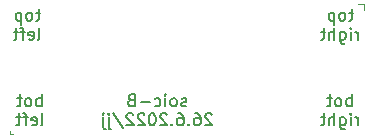
<source format=gbr>
G04 #@! TF.GenerationSoftware,KiCad,Pcbnew,6.0.4-6f826c9f35~116~ubuntu18.04.1*
G04 #@! TF.CreationDate,2022-09-06T13:01:24+03:00*
G04 #@! TF.ProjectId,soic,736f6963-2e6b-4696-9361-645f70636258,rev?*
G04 #@! TF.SameCoordinates,Original*
G04 #@! TF.FileFunction,Legend,Bot*
G04 #@! TF.FilePolarity,Positive*
%FSLAX46Y46*%
G04 Gerber Fmt 4.6, Leading zero omitted, Abs format (unit mm)*
G04 Created by KiCad (PCBNEW 6.0.4-6f826c9f35~116~ubuntu18.04.1) date 2022-09-06 13:01:24*
%MOMM*%
%LPD*%
G01*
G04 APERTURE LIST*
%ADD10C,0.150000*%
%ADD11C,0.120000*%
G04 APERTURE END LIST*
D10*
X13952380Y2357419D02*
X13952380Y3357419D01*
X13952380Y2976466D02*
X13857142Y3024085D01*
X13666666Y3024085D01*
X13571428Y2976466D01*
X13523809Y2928847D01*
X13476190Y2833609D01*
X13476190Y2547895D01*
X13523809Y2452657D01*
X13571428Y2405038D01*
X13666666Y2357419D01*
X13857142Y2357419D01*
X13952380Y2405038D01*
X12904761Y2357419D02*
X13000000Y2405038D01*
X13047619Y2452657D01*
X13095238Y2547895D01*
X13095238Y2833609D01*
X13047619Y2928847D01*
X13000000Y2976466D01*
X12904761Y3024085D01*
X12761904Y3024085D01*
X12666666Y2976466D01*
X12619047Y2928847D01*
X12571428Y2833609D01*
X12571428Y2547895D01*
X12619047Y2452657D01*
X12666666Y2405038D01*
X12761904Y2357419D01*
X12904761Y2357419D01*
X12285714Y3024085D02*
X11904761Y3024085D01*
X12142857Y3357419D02*
X12142857Y2500276D01*
X12095238Y2405038D01*
X12000000Y2357419D01*
X11904761Y2357419D01*
X14500000Y747419D02*
X14500000Y1414085D01*
X14500000Y1223609D02*
X14452380Y1318847D01*
X14404761Y1366466D01*
X14309523Y1414085D01*
X14214285Y1414085D01*
X13880952Y747419D02*
X13880952Y1414085D01*
X13880952Y1747419D02*
X13928571Y1699800D01*
X13880952Y1652180D01*
X13833333Y1699800D01*
X13880952Y1747419D01*
X13880952Y1652180D01*
X12976190Y1414085D02*
X12976190Y604561D01*
X13023809Y509323D01*
X13071428Y461704D01*
X13166666Y414085D01*
X13309523Y414085D01*
X13404761Y461704D01*
X12976190Y795038D02*
X13071428Y747419D01*
X13261904Y747419D01*
X13357142Y795038D01*
X13404761Y842657D01*
X13452380Y937895D01*
X13452380Y1223609D01*
X13404761Y1318847D01*
X13357142Y1366466D01*
X13261904Y1414085D01*
X13071428Y1414085D01*
X12976190Y1366466D01*
X12500000Y747419D02*
X12500000Y1747419D01*
X12071428Y747419D02*
X12071428Y1271228D01*
X12119047Y1366466D01*
X12214285Y1414085D01*
X12357142Y1414085D01*
X12452380Y1366466D01*
X12500000Y1318847D01*
X11738095Y1414085D02*
X11357142Y1414085D01*
X11595238Y1747419D02*
X11595238Y890276D01*
X11547619Y795038D01*
X11452380Y747419D01*
X11357142Y747419D01*
X14095238Y10274085D02*
X13714285Y10274085D01*
X13952380Y10607419D02*
X13952380Y9750276D01*
X13904761Y9655038D01*
X13809523Y9607419D01*
X13714285Y9607419D01*
X13238095Y9607419D02*
X13333333Y9655038D01*
X13380952Y9702657D01*
X13428571Y9797895D01*
X13428571Y10083609D01*
X13380952Y10178847D01*
X13333333Y10226466D01*
X13238095Y10274085D01*
X13095238Y10274085D01*
X13000000Y10226466D01*
X12952380Y10178847D01*
X12904761Y10083609D01*
X12904761Y9797895D01*
X12952380Y9702657D01*
X13000000Y9655038D01*
X13095238Y9607419D01*
X13238095Y9607419D01*
X12476190Y10274085D02*
X12476190Y9274085D01*
X12476190Y10226466D02*
X12380952Y10274085D01*
X12190476Y10274085D01*
X12095238Y10226466D01*
X12047619Y10178847D01*
X12000000Y10083609D01*
X12000000Y9797895D01*
X12047619Y9702657D01*
X12095238Y9655038D01*
X12190476Y9607419D01*
X12380952Y9607419D01*
X12476190Y9655038D01*
X14500000Y7997419D02*
X14500000Y8664085D01*
X14500000Y8473609D02*
X14452380Y8568847D01*
X14404761Y8616466D01*
X14309523Y8664085D01*
X14214285Y8664085D01*
X13880952Y7997419D02*
X13880952Y8664085D01*
X13880952Y8997419D02*
X13928571Y8949800D01*
X13880952Y8902180D01*
X13833333Y8949800D01*
X13880952Y8997419D01*
X13880952Y8902180D01*
X12976190Y8664085D02*
X12976190Y7854561D01*
X13023809Y7759323D01*
X13071428Y7711704D01*
X13166666Y7664085D01*
X13309523Y7664085D01*
X13404761Y7711704D01*
X12976190Y8045038D02*
X13071428Y7997419D01*
X13261904Y7997419D01*
X13357142Y8045038D01*
X13404761Y8092657D01*
X13452380Y8187895D01*
X13452380Y8473609D01*
X13404761Y8568847D01*
X13357142Y8616466D01*
X13261904Y8664085D01*
X13071428Y8664085D01*
X12976190Y8616466D01*
X12500000Y7997419D02*
X12500000Y8997419D01*
X12071428Y7997419D02*
X12071428Y8521228D01*
X12119047Y8616466D01*
X12214285Y8664085D01*
X12357142Y8664085D01*
X12452380Y8616466D01*
X12500000Y8568847D01*
X11738095Y8664085D02*
X11357142Y8664085D01*
X11595238Y8997419D02*
X11595238Y8140276D01*
X11547619Y8045038D01*
X11452380Y7997419D01*
X11357142Y7997419D01*
X-12404761Y10274085D02*
X-12785714Y10274085D01*
X-12547619Y10607419D02*
X-12547619Y9750276D01*
X-12595238Y9655038D01*
X-12690476Y9607419D01*
X-12785714Y9607419D01*
X-13261904Y9607419D02*
X-13166666Y9655038D01*
X-13119047Y9702657D01*
X-13071428Y9797895D01*
X-13071428Y10083609D01*
X-13119047Y10178847D01*
X-13166666Y10226466D01*
X-13261904Y10274085D01*
X-13404761Y10274085D01*
X-13500000Y10226466D01*
X-13547619Y10178847D01*
X-13595238Y10083609D01*
X-13595238Y9797895D01*
X-13547619Y9702657D01*
X-13500000Y9655038D01*
X-13404761Y9607419D01*
X-13261904Y9607419D01*
X-14023809Y10274085D02*
X-14023809Y9274085D01*
X-14023809Y10226466D02*
X-14119047Y10274085D01*
X-14309523Y10274085D01*
X-14404761Y10226466D01*
X-14452380Y10178847D01*
X-14500000Y10083609D01*
X-14500000Y9797895D01*
X-14452380Y9702657D01*
X-14404761Y9655038D01*
X-14309523Y9607419D01*
X-14119047Y9607419D01*
X-14023809Y9655038D01*
X-12619047Y7997419D02*
X-12523809Y8045038D01*
X-12476190Y8140276D01*
X-12476190Y8997419D01*
X-13380952Y8045038D02*
X-13285714Y7997419D01*
X-13095238Y7997419D01*
X-13000000Y8045038D01*
X-12952380Y8140276D01*
X-12952380Y8521228D01*
X-13000000Y8616466D01*
X-13095238Y8664085D01*
X-13285714Y8664085D01*
X-13380952Y8616466D01*
X-13428571Y8521228D01*
X-13428571Y8425990D01*
X-12952380Y8330752D01*
X-13714285Y8664085D02*
X-14095238Y8664085D01*
X-13857142Y7997419D02*
X-13857142Y8854561D01*
X-13904761Y8949800D01*
X-14000000Y8997419D01*
X-14095238Y8997419D01*
X-14285714Y8664085D02*
X-14666666Y8664085D01*
X-14428571Y8997419D02*
X-14428571Y8140276D01*
X-14476190Y8045038D01*
X-14571428Y7997419D01*
X-14666666Y7997419D01*
X-12297619Y2357419D02*
X-12297619Y3357419D01*
X-12297619Y2976466D02*
X-12392857Y3024085D01*
X-12583333Y3024085D01*
X-12678571Y2976466D01*
X-12726190Y2928847D01*
X-12773809Y2833609D01*
X-12773809Y2547895D01*
X-12726190Y2452657D01*
X-12678571Y2405038D01*
X-12583333Y2357419D01*
X-12392857Y2357419D01*
X-12297619Y2405038D01*
X-13345238Y2357419D02*
X-13250000Y2405038D01*
X-13202380Y2452657D01*
X-13154761Y2547895D01*
X-13154761Y2833609D01*
X-13202380Y2928847D01*
X-13250000Y2976466D01*
X-13345238Y3024085D01*
X-13488095Y3024085D01*
X-13583333Y2976466D01*
X-13630952Y2928847D01*
X-13678571Y2833609D01*
X-13678571Y2547895D01*
X-13630952Y2452657D01*
X-13583333Y2405038D01*
X-13488095Y2357419D01*
X-13345238Y2357419D01*
X-13964285Y3024085D02*
X-14345238Y3024085D01*
X-14107142Y3357419D02*
X-14107142Y2500276D01*
X-14154761Y2405038D01*
X-14250000Y2357419D01*
X-14345238Y2357419D01*
X-12369047Y747419D02*
X-12273809Y795038D01*
X-12226190Y890276D01*
X-12226190Y1747419D01*
X-13130952Y795038D02*
X-13035714Y747419D01*
X-12845238Y747419D01*
X-12750000Y795038D01*
X-12702380Y890276D01*
X-12702380Y1271228D01*
X-12750000Y1366466D01*
X-12845238Y1414085D01*
X-13035714Y1414085D01*
X-13130952Y1366466D01*
X-13178571Y1271228D01*
X-13178571Y1175990D01*
X-12702380Y1080752D01*
X-13464285Y1414085D02*
X-13845238Y1414085D01*
X-13607142Y747419D02*
X-13607142Y1604561D01*
X-13654761Y1699800D01*
X-13750000Y1747419D01*
X-13845238Y1747419D01*
X-14035714Y1414085D02*
X-14416666Y1414085D01*
X-14178571Y1747419D02*
X-14178571Y890276D01*
X-14226190Y795038D01*
X-14321428Y747419D01*
X-14416666Y747419D01*
D11*
X15000000Y11004800D02*
X15000000Y10504800D01*
X14500000Y11004800D02*
X15000000Y11004800D01*
X-15000000Y4800D02*
X-14750000Y4800D01*
X-15000000Y254800D02*
X-15000000Y4800D01*
D10*
X-47619Y2405038D02*
X-142857Y2357419D01*
X-333333Y2357419D01*
X-428571Y2405038D01*
X-476190Y2500276D01*
X-476190Y2547895D01*
X-428571Y2643133D01*
X-333333Y2690752D01*
X-190476Y2690752D01*
X-95238Y2738371D01*
X-47619Y2833609D01*
X-47619Y2881228D01*
X-95238Y2976466D01*
X-190476Y3024085D01*
X-333333Y3024085D01*
X-428571Y2976466D01*
X-1047619Y2357419D02*
X-952380Y2405038D01*
X-904761Y2452657D01*
X-857142Y2547895D01*
X-857142Y2833609D01*
X-904761Y2928847D01*
X-952380Y2976466D01*
X-1047619Y3024085D01*
X-1190476Y3024085D01*
X-1285714Y2976466D01*
X-1333333Y2928847D01*
X-1380952Y2833609D01*
X-1380952Y2547895D01*
X-1333333Y2452657D01*
X-1285714Y2405038D01*
X-1190476Y2357419D01*
X-1047619Y2357419D01*
X-1809523Y2357419D02*
X-1809523Y3024085D01*
X-1809523Y3357419D02*
X-1761904Y3309800D01*
X-1809523Y3262180D01*
X-1857142Y3309800D01*
X-1809523Y3357419D01*
X-1809523Y3262180D01*
X-2714285Y2405038D02*
X-2619047Y2357419D01*
X-2428571Y2357419D01*
X-2333333Y2405038D01*
X-2285714Y2452657D01*
X-2238095Y2547895D01*
X-2238095Y2833609D01*
X-2285714Y2928847D01*
X-2333333Y2976466D01*
X-2428571Y3024085D01*
X-2619047Y3024085D01*
X-2714285Y2976466D01*
X-3142857Y2738371D02*
X-3904761Y2738371D01*
X-4714285Y2881228D02*
X-4857142Y2833609D01*
X-4904761Y2785990D01*
X-4952380Y2690752D01*
X-4952380Y2547895D01*
X-4904761Y2452657D01*
X-4857142Y2405038D01*
X-4761904Y2357419D01*
X-4380952Y2357419D01*
X-4380952Y3357419D01*
X-4714285Y3357419D01*
X-4809523Y3309800D01*
X-4857142Y3262180D01*
X-4904761Y3166942D01*
X-4904761Y3071704D01*
X-4857142Y2976466D01*
X-4809523Y2928847D01*
X-4714285Y2881228D01*
X-4380952Y2881228D01*
X2119047Y1652180D02*
X2071428Y1699800D01*
X1976190Y1747419D01*
X1738095Y1747419D01*
X1642857Y1699800D01*
X1595238Y1652180D01*
X1547619Y1556942D01*
X1547619Y1461704D01*
X1595238Y1318847D01*
X2166666Y747419D01*
X1547619Y747419D01*
X690476Y1747419D02*
X880952Y1747419D01*
X976190Y1699800D01*
X1023809Y1652180D01*
X1119047Y1509323D01*
X1166666Y1318847D01*
X1166666Y937895D01*
X1119047Y842657D01*
X1071428Y795038D01*
X976190Y747419D01*
X785714Y747419D01*
X690476Y795038D01*
X642857Y842657D01*
X595238Y937895D01*
X595238Y1175990D01*
X642857Y1271228D01*
X690476Y1318847D01*
X785714Y1366466D01*
X976190Y1366466D01*
X1071428Y1318847D01*
X1119047Y1271228D01*
X1166666Y1175990D01*
X166666Y842657D02*
X119047Y795038D01*
X166666Y747419D01*
X214285Y795038D01*
X166666Y842657D01*
X166666Y747419D01*
X-738095Y1747419D02*
X-547619Y1747419D01*
X-452380Y1699800D01*
X-404761Y1652180D01*
X-309523Y1509323D01*
X-261904Y1318847D01*
X-261904Y937895D01*
X-309523Y842657D01*
X-357142Y795038D01*
X-452380Y747419D01*
X-642857Y747419D01*
X-738095Y795038D01*
X-785714Y842657D01*
X-833333Y937895D01*
X-833333Y1175990D01*
X-785714Y1271228D01*
X-738095Y1318847D01*
X-642857Y1366466D01*
X-452380Y1366466D01*
X-357142Y1318847D01*
X-309523Y1271228D01*
X-261904Y1175990D01*
X-1261904Y842657D02*
X-1309523Y795038D01*
X-1261904Y747419D01*
X-1214285Y795038D01*
X-1261904Y842657D01*
X-1261904Y747419D01*
X-1690476Y1652180D02*
X-1738095Y1699800D01*
X-1833333Y1747419D01*
X-2071428Y1747419D01*
X-2166666Y1699800D01*
X-2214285Y1652180D01*
X-2261904Y1556942D01*
X-2261904Y1461704D01*
X-2214285Y1318847D01*
X-1642857Y747419D01*
X-2261904Y747419D01*
X-2880952Y1747419D02*
X-2976190Y1747419D01*
X-3071428Y1699800D01*
X-3119047Y1652180D01*
X-3166666Y1556942D01*
X-3214285Y1366466D01*
X-3214285Y1128371D01*
X-3166666Y937895D01*
X-3119047Y842657D01*
X-3071428Y795038D01*
X-2976190Y747419D01*
X-2880952Y747419D01*
X-2785714Y795038D01*
X-2738095Y842657D01*
X-2690476Y937895D01*
X-2642857Y1128371D01*
X-2642857Y1366466D01*
X-2690476Y1556942D01*
X-2738095Y1652180D01*
X-2785714Y1699800D01*
X-2880952Y1747419D01*
X-3595238Y1652180D02*
X-3642857Y1699800D01*
X-3738095Y1747419D01*
X-3976190Y1747419D01*
X-4071428Y1699800D01*
X-4119047Y1652180D01*
X-4166666Y1556942D01*
X-4166666Y1461704D01*
X-4119047Y1318847D01*
X-3547619Y747419D01*
X-4166666Y747419D01*
X-4547619Y1652180D02*
X-4595238Y1699800D01*
X-4690476Y1747419D01*
X-4928571Y1747419D01*
X-5023809Y1699800D01*
X-5071428Y1652180D01*
X-5119047Y1556942D01*
X-5119047Y1461704D01*
X-5071428Y1318847D01*
X-4499999Y747419D01*
X-5119047Y747419D01*
X-6261904Y1795038D02*
X-5404761Y509323D01*
X-6595238Y1414085D02*
X-6595238Y556942D01*
X-6547619Y461704D01*
X-6452380Y414085D01*
X-6404761Y414085D01*
X-6595238Y1747419D02*
X-6547619Y1699800D01*
X-6595238Y1652180D01*
X-6642857Y1699800D01*
X-6595238Y1747419D01*
X-6595238Y1652180D01*
X-7071428Y1414085D02*
X-7071428Y556942D01*
X-7023809Y461704D01*
X-6928571Y414085D01*
X-6880952Y414085D01*
X-7071428Y1747419D02*
X-7023809Y1699800D01*
X-7071428Y1652180D01*
X-7119047Y1699800D01*
X-7071428Y1747419D01*
X-7071428Y1652180D01*
M02*

</source>
